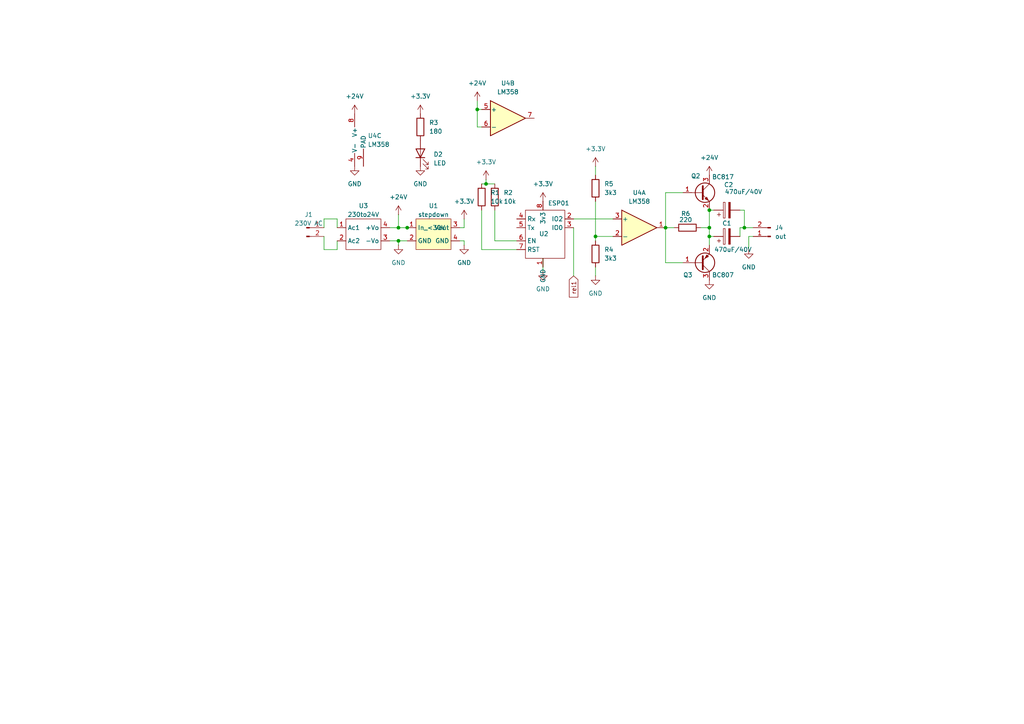
<source format=kicad_sch>
(kicad_sch (version 20250114) (generator "eeschema") (generator_version "9.0")
  (paper "A4")
  (lib_symbols
    (symbol "Amplifier_Operational:LM358_DFN" (pin_names (offset 0.127))
      (property "Reference" "U" (at 0 5.08 0))
      (property "Value" "LM358_DFN" (at 0 -5.08 0))
      (symbol "LM358_DFN_1_1"
        (polyline (pts (xy -5.08 5.08) (xy 5.08 0) (xy -5.08 -5.08) (xy -5.08 5.08)) (stroke (width 0.254)) (fill (type background)))
        (pin input line (at -7.62 2.54 0) (length 2.54) (name "+") (number "3"))
        (pin input line (at -7.62 -2.54 0) (length 2.54) (name "-") (number "2"))
        (pin output line (at 7.62 0 180) (length 2.54) (name "~") (number "1"))
      )
      (symbol "LM358_DFN_2_1"
        (polyline (pts (xy -5.08 5.08) (xy 5.08 0) (xy -5.08 -5.08) (xy -5.08 5.08)) (stroke (width 0.254)) (fill (type background)))
        (pin input line (at -7.62 2.54 0) (length 2.54) (name "+") (number "5"))
        (pin input line (at -7.62 -2.54 0) (length 2.54) (name "-") (number "6"))
        (pin output line (at 7.62 0 180) (length 2.54) (name "~") (number "7"))
      )
      (symbol "LM358_DFN_3_1"
        (pin power_in line (at -2.54 7.62 270) (length 3.81) (name "V+") (number "8"))
        (pin power_in line (at -2.54 -7.62 90) (length 3.81) (name "V-") (number "4"))
        (pin power_in line (at 0 -7.62 90) (length 5.08) (name "PAD") (number "9"))
      )
    )
    (symbol "Connector:Conn_01x02_Pin" (pin_names (offset 1.016) (hide yes))
      (property "Reference" "J" (at 0 2.54 0))
      (property "Value" "Conn_01x02_Pin" (at 0 -5.08 0))
      (symbol "Conn_01x02_Pin_1_1"
        (rectangle (start 0.8636 0.127) (end 0 -0.127) (stroke (width 0.1524)) (fill (type outline)))
        (rectangle (start 0.8636 -2.413) (end 0 -2.667) (stroke (width 0.1524)) (fill (type outline)))
        (polyline (pts (xy 1.27 0) (xy 0.8636 0)) (stroke (width 0.1524)))
        (polyline (pts (xy 1.27 -2.54) (xy 0.8636 -2.54)) (stroke (width 0.1524)))
        (pin passive line (at 5.08 0 180) (length 3.81) (name "Pin_1") (number "1"))
        (pin passive line (at 5.08 -2.54 180) (length 3.81) (name "Pin_2") (number "2"))
      )
    )
    (symbol "Device:C_Polarized" (pin_numbers (hide yes)) (pin_names (offset 0.254))
      (property "Reference" "C" (at 0.635 2.54 0))
      (property "Value" "C_Polarized" (at 0.635 -2.54 0))
      (symbol "C_Polarized_0_1"
        (rectangle (start -2.286 0.508) (end 2.286 1.016))
        (polyline (pts (xy -1.778 2.286) (xy -0.762 2.286)))
        (polyline (pts (xy -1.27 2.794) (xy -1.27 1.778)))
        (rectangle (start 2.286 -0.508) (end -2.286 -1.016) (fill (type outline)))
      )
      (symbol "C_Polarized_1_1"
        (pin passive line (at 0 3.81 270) (length 2.794) (name "~") (number "1"))
        (pin passive line (at 0 -3.81 90) (length 2.794) (name "~") (number "2"))
      )
    )
    (symbol "Device:LED" (pin_numbers (hide yes)) (pin_names (offset 1.016) (hide yes))
      (property "Reference" "D" (at 0 2.54 0))
      (property "Value" "LED" (at 0 -2.54 0))
      (symbol "LED_0_1"
        (polyline (pts (xy -3.048 -0.762) (xy -4.572 -2.286) (xy -3.81 -2.286) (xy -4.572 -2.286) (xy -4.572 -1.524)))
        (polyline (pts (xy -1.778 -0.762) (xy -3.302 -2.286) (xy -2.54 -2.286) (xy -3.302 -2.286) (xy -3.302 -1.524)))
        (polyline (pts (xy -1.27 0) (xy 1.27 0)))
        (polyline (pts (xy -1.27 -1.27) (xy -1.27 1.27)) (stroke (width 0.254)))
        (polyline (pts (xy 1.27 -1.27) (xy 1.27 1.27) (xy -1.27 0) (xy 1.27 -1.27)) (stroke (width 0.254)))
      )
      (symbol "LED_1_1"
        (pin passive line (at -3.81 0 0) (length 2.54) (name "K") (number "1"))
        (pin passive line (at 3.81 0 180) (length 2.54) (name "A") (number "2"))
      )
    )
    (symbol "Device:R" (pin_numbers (hide yes)) (pin_names (offset 0))
      (property "Reference" "R" (at 2.032 0 90))
      (property "Value" "R" (at 0 0 90))
      (symbol "R_0_1"
        (rectangle (start -1.016 -2.54) (end 1.016 2.54) (stroke (width 0.254)))
      )
      (symbol "R_1_1"
        (pin passive line (at 0 3.81 270) (length 1.27) (name "~") (number "1"))
        (pin passive line (at 0 -3.81 90) (length 1.27) (name "~") (number "2"))
      )
    )
    (symbol "Own_Library:ESP01"
      (property "Reference" "U" (at 2.032 -0.254 0))
      (symbol "ESP01_0_1"
        (rectangle (start -5.08 -1.27) (end 6.35 -15.24))
      )
      (symbol "ESP01_1_1"
        (pin input line (at -7.62 -3.81 0) (length 2.54) (name "Rx") (number "4"))
        (pin output line (at -7.62 -6.35 0) (length 2.54) (name "Tx") (number "5"))
        (pin output line (at -7.62 -10.16 0) (length 2.54) (name "EN") (number "6"))
        (pin output line (at -7.62 -12.7 0) (length 2.54) (name "RST") (number "7"))
        (pin output line (at 0 1.27 270) (length 2.54) (name "3v3") (number "8"))
        (pin power_in line (at 0 -15.24 270) (length 2.54) (name "GND") (number "1"))
        (pin bidirectional line (at 8.89 -3.81 180) (length 2.54) (name "IO2") (number "2"))
        (pin bidirectional line (at 8.89 -6.35 180) (length 2.54) (name "IO0") (number "3"))
      )
    )
    (symbol "Own_Library:Mini-Stepdown"
      (property "Reference" "U" (at 0 0 0))
      (symbol "Mini-Stepdown_1_1"
        (rectangle (start -5.08 3.81) (end 5.08 -5.08) (fill (type background)))
        (pin power_in line (at -7.62 1.27 0) (length 2.54) (name "In_<30V") (number "1"))
        (pin power_in line (at -7.62 -2.54 0) (length 2.54) (name "GND") (number "2"))
        (pin power_out line (at 7.62 1.27 180) (length 2.54) (name "Vout") (number "3"))
        (pin power_out line (at 7.62 -2.54 180) (length 2.54) (name "GND") (number "4"))
      )
    )
    (symbol "Own_Library:Mini_AC-DC_230_to_24V_Module_Supply_1"
      (property "Reference" "U" (at 0 0 0))
      (symbol "Mini_AC-DC_230_to_24V_Module_Supply_1_0_1"
        (rectangle (start -5.08 3.81) (end 5.08 -5.08))
      )
      (symbol "Mini_AC-DC_230_to_24V_Module_Supply_1_1_1"
        (pin power_in line (at -7.62 1.27 0) (length 2.54) (name "Ac1") (number "1"))
        (pin power_in line (at -7.62 -2.54 0) (length 2.54) (name "Ac2") (number "2"))
        (pin power_out line (at 7.62 1.27 180) (length 2.54) (name "+Vo") (number "4"))
        (pin power_out line (at 7.62 -2.54 180) (length 2.54) (name "-Vo") (number "3"))
      )
    )
    (symbol "Transistor_BJT:BC807" (pin_names (offset 0) (hide yes))
      (property "Reference" "Q" (at 5.08 1.905 0))
      (property "Value" "BC807" (at 5.08 0 0))
      (symbol "BC807_0_1"
        (polyline (pts (xy -2.54 0) (xy 0.635 0)))
        (polyline (pts (xy 0.635 1.905) (xy 0.635 -1.905)) (stroke (width 0.508)))
        (polyline (pts (xy 0.635 0.635) (xy 2.54 2.54)))
        (polyline (pts (xy 0.635 -0.635) (xy 2.54 -2.54)))
        (circle (center 1.27 0) (radius 2.8194) (stroke (width 0.254)))
        (polyline (pts (xy 2.286 -1.778) (xy 1.778 -2.286) (xy 1.27 -1.27) (xy 2.286 -1.778)) (fill (type outline)))
      )
      (symbol "BC807_1_1"
        (pin input line (at -5.08 0 0) (length 2.54) (name "B") (number "1"))
        (pin passive line (at 2.54 5.08 270) (length 2.54) (name "C") (number "3"))
        (pin passive line (at 2.54 -5.08 90) (length 2.54) (name "E") (number "2"))
      )
    )
    (symbol "Transistor_BJT:BC817" (pin_names (offset 0) (hide yes))
      (property "Reference" "Q" (at 5.08 1.905 0))
      (property "Value" "BC817" (at 5.08 0 0))
      (symbol "BC817_0_1"
        (polyline (pts (xy -2.54 0) (xy 0.635 0)))
        (polyline (pts (xy 0.635 1.905) (xy 0.635 -1.905)) (stroke (width 0.508)))
        (circle (center 1.27 0) (radius 2.8194) (stroke (width 0.254)))
      )
      (symbol "BC817_1_1"
        (polyline (pts (xy 0.635 0.635) (xy 2.54 2.54)))
        (polyline (pts (xy 0.635 -0.635) (xy 2.54 -2.54)))
        (polyline (pts (xy 1.27 -1.778) (xy 1.778 -1.27) (xy 2.286 -2.286) (xy 1.27 -1.778)) (fill (type outline)))
        (pin input line (at -5.08 0 0) (length 2.54) (name "B") (number "1"))
        (pin passive line (at 2.54 5.08 270) (length 2.54) (name "C") (number "3"))
        (pin passive line (at 2.54 -5.08 90) (length 2.54) (name "E") (number "2"))
      )
    )
    (symbol "power:+24V" (power) (pin_numbers (hide yes)) (pin_names (offset 0) (hide yes))
      (property "Value" "+24V" (at 0 3.556 0))
      (symbol "+24V_0_1"
        (polyline (pts (xy -0.762 1.27) (xy 0 2.54)))
        (polyline (pts (xy 0 2.54) (xy 0.762 1.27)))
        (polyline (pts (xy 0 0) (xy 0 2.54)))
      )
      (symbol "+24V_1_1"
        (pin power_in line (at 0 0 90) (length 0) (name "~") (number "1"))
      )
    )
    (symbol "power:+3.3V" (power) (pin_numbers (hide yes)) (pin_names (offset 0) (hide yes))
      (property "Value" "+3.3V" (at 0 3.556 0))
      (symbol "+3.3V_0_1"
        (polyline (pts (xy -0.762 1.27) (xy 0 2.54)))
        (polyline (pts (xy 0 2.54) (xy 0.762 1.27)))
        (polyline (pts (xy 0 0) (xy 0 2.54)))
      )
      (symbol "+3.3V_1_1"
        (pin power_in line (at 0 0 90) (length 0) (name "~") (number "1"))
      )
    )
    (symbol "power:GND" (power) (pin_numbers (hide yes)) (pin_names (offset 0) (hide yes))
      (property "Value" "GND" (at 0 -3.81 0))
      (symbol "GND_0_1"
        (polyline (pts (xy 0 0) (xy 0 -1.27) (xy 1.27 -1.27) (xy 0 -2.54) (xy -1.27 -1.27) (xy 0 -1.27)))
      )
      (symbol "GND_1_1"
        (pin power_in line (at 0 0 270) (length 0) (name "~") (number "1"))
      )
    )
  )
  (junction (at 205.74 60.96))
  (junction (at 118.11 66.04))
  (junction (at 140.97 53.34))
  (junction (at 172.72 68.58))
  (junction (at 193.04 66.04))
  (junction (at 115.57 69.85))
  (junction (at 205.74 68.58))
  (junction (at 215.9 66.04))
  (junction (at 138.43 31.75))
  (junction (at 115.57 66.04))
  (junction (at 205.74 66.04))
  (wire (pts (xy 172.72 48.26) (xy 172.72 50.8)))
  (wire (pts (xy 133.35 69.85) (xy 134.62 69.85)))
  (wire (pts (xy 140.97 52.07) (xy 140.97 53.34)))
  (wire (pts (xy 166.37 63.5) (xy 177.8 63.5)))
  (wire (pts (xy 214.63 68.58) (xy 214.63 66.04)))
  (wire (pts (xy 166.37 66.04) (xy 166.37 80.01)))
  (wire (pts (xy 193.04 76.2) (xy 198.12 76.2)))
  (wire (pts (xy 198.12 55.88) (xy 193.04 55.88)))
  (wire (pts (xy 115.57 69.85) (xy 118.11 69.85)))
  (wire (pts (xy 217.17 72.39) (xy 217.17 68.58)))
  (wire (pts (xy 193.04 55.88) (xy 193.04 66.04)))
  (wire (pts (xy 115.57 66.04) (xy 118.11 66.04)))
  (wire (pts (xy 118.11 66.04) (xy 119.38 66.04)))
  (wire (pts (xy 113.03 69.85) (xy 115.57 69.85)))
  (wire (pts (xy 138.43 29.21) (xy 138.43 31.75)))
  (wire (pts (xy 140.97 53.34) (xy 143.51 53.34)))
  (wire (pts (xy 113.03 66.04) (xy 115.57 66.04)))
  (wire (pts (xy 115.57 62.23) (xy 115.57 66.04)))
  (wire (pts (xy 93.98 63.5) (xy 97.79 63.5)))
  (wire (pts (xy 205.74 66.04) (xy 205.74 68.58)))
  (wire (pts (xy 139.7 72.39) (xy 139.7 60.96)))
  (wire (pts (xy 203.2 66.04) (xy 205.74 66.04)))
  (wire (pts (xy 139.7 53.34) (xy 140.97 53.34)))
  (wire (pts (xy 205.74 60.96) (xy 205.74 66.04)))
  (wire (pts (xy 172.72 58.42) (xy 172.72 68.58)))
  (wire (pts (xy 93.98 66.04) (xy 93.98 63.5)))
  (wire (pts (xy 115.57 69.85) (xy 115.57 71.12)))
  (wire (pts (xy 93.98 72.39) (xy 97.79 72.39)))
  (wire (pts (xy 193.04 66.04) (xy 193.04 76.2)))
  (wire (pts (xy 157.48 74.93) (xy 157.48 78.74)))
  (wire (pts (xy 215.9 66.04) (xy 218.44 66.04)))
  (wire (pts (xy 134.62 66.04) (xy 134.62 63.5)))
  (wire (pts (xy 172.72 77.47) (xy 172.72 80.01)))
  (wire (pts (xy 93.98 68.58) (xy 93.98 72.39)))
  (wire (pts (xy 217.17 68.58) (xy 218.44 68.58)))
  (wire (pts (xy 215.9 60.96) (xy 215.9 66.04)))
  (wire (pts (xy 134.62 69.85) (xy 134.62 71.12)))
  (wire (pts (xy 138.43 31.75) (xy 139.7 31.75)))
  (wire (pts (xy 205.74 68.58) (xy 207.01 68.58)))
  (wire (pts (xy 172.72 68.58) (xy 177.8 68.58)))
  (wire (pts (xy 172.72 68.58) (xy 172.72 69.85)))
  (wire (pts (xy 97.79 63.5) (xy 97.79 66.04)))
  (wire (pts (xy 205.74 60.96) (xy 207.01 60.96)))
  (wire (pts (xy 143.51 60.96) (xy 143.51 69.85)))
  (wire (pts (xy 138.43 36.83) (xy 139.7 36.83)))
  (wire (pts (xy 214.63 60.96) (xy 215.9 60.96)))
  (wire (pts (xy 97.79 69.85) (xy 97.79 72.39)))
  (wire (pts (xy 138.43 36.83) (xy 138.43 31.75)))
  (wire (pts (xy 149.86 72.39) (xy 139.7 72.39)))
  (wire (pts (xy 195.58 66.04) (xy 193.04 66.04)))
  (wire (pts (xy 133.35 66.04) (xy 134.62 66.04)))
  (wire (pts (xy 205.74 68.58) (xy 205.74 71.12)))
  (wire (pts (xy 214.63 66.04) (xy 215.9 66.04)))
  (wire (pts (xy 143.51 69.85) (xy 149.86 69.85)))
  (global_label "rel1" (shape input) (at 166.37 80.01 270) (property "Intersheetrefs" "${INTERSHEET_REFS}" (effects (hide yes))))
  (symbol (lib_id "Device:C_Polarized") (at 210.82 60.96 90) (unit 1)
    (property "Reference" "C2" (at 211.328 53.594 90))
    (property "Value" "470uF/40V" (at 215.646 55.626 90))
    (property "Footprint" "Capacitor_THT:CP_Radial_D8.0mm_P3.80mm" (effects (hide yes)))
    (property "Description" "Polarized capacitor" (effects (hide yes)))
  )
  (symbol (lib_id "power:+3.3V") (at 134.62 63.5 0) (unit 1)
    (property "Reference" "#PWR01" (effects (hide yes)))
    (property "Value" "+3.3V" (at 134.62 58.42 0))
    (property "Description" "Power symbol creates a global label with name \"+3.3V\"" (effects (hide yes)))
  )
  (symbol (lib_id "Device:R") (at 121.92 36.83 180) (unit 1)
    (property "Reference" "R3" (at 124.46 35.5599 0) (effects (justify right)))
    (property "Value" "180" (at 124.46 38.0999 0) (effects (justify right)))
    (property "Footprint" "Resistor_SMD:R_0805_2012Metric_Pad1.20x1.40mm_HandSolder" (effects (hide yes)))
    (property "Description" "Resistor" (effects (hide yes)))
  )
  (symbol (lib_id "power:GND") (at 115.57 71.12 0) (unit 1)
    (property "Reference" "#PWR03" (effects (hide yes)))
    (property "Value" "GND" (at 115.57 76.2 0))
    (property "Description" "Power symbol creates a global label with name \"GND\" , ground" (effects (hide yes)))
  )
  (symbol (lib_id "Own_Library:Mini-Stepdown") (at 125.73 67.31 0) (unit 1)
    (property "Reference" "U1" (at 125.73 59.69 0))
    (property "Value" "stepdown" (at 125.73 62.23 0))
    (property "Footprint" "ownFootprints:Mini-Stepdown" (effects (hide yes)))
  )
  (symbol (lib_id "Connector:Conn_01x02_Pin") (at 88.9 66.04 0) (unit 1)
    (property "Reference" "J1" (at 89.535 62.23 0))
    (property "Value" "230V AC" (at 89.535 64.77 0))
    (property "Footprint" "TerminalBlock:TerminalBlock_MaiXu_MX126-5.0-02P_1x02_P5.00mm" (effects (hide yes)))
    (property "Description" "Generic connector, single row, 01x02, script generated" (effects (hide yes)))
  )
  (symbol (lib_id "power:GND") (at 157.48 78.74 0) (unit 1)
    (property "Reference" "#PWR05" (effects (hide yes)))
    (property "Value" "GND" (at 157.48 83.82 0))
    (property "Description" "Power symbol creates a global label with name \"GND\" , ground" (effects (hide yes)))
  )
  (symbol (lib_id "Transistor_BJT:BC817") (at 203.2 55.88 0) (unit 1)
    (property "Reference" "Q2" (at 200.406 51.054 0) (effects (justify left)))
    (property "Value" "BC817" (at 206.502 51.308 0) (effects (justify left)))
    (property "Footprint" "Package_TO_SOT_SMD:SOT-23" (effects (hide yes)))
    (property "Datasheet" "https://www.onsemi.com/pub/Collateral/BC818-D.pdf" (effects (hide yes)))
    (property "Description" "0.8A Ic, 45V Vce, NPN Transistor, SOT-23" (effects (hide yes)))
  )
  (symbol (lib_id "power:+24V") (at 138.43 29.21 0) (unit 1)
    (property "Reference" "#PWR018" (effects (hide yes)))
    (property "Value" "+24V" (at 138.43 24.13 0))
    (property "Description" "Power symbol creates a global label with name \"+24V\"" (effects (hide yes)))
  )
  (symbol (lib_id "Own_Library:Mini_AC-DC_230_to_24V_Module_Supply_1") (at 105.41 67.31 0) (unit 1)
    (property "Reference" "U3" (at 105.41 59.69 0))
    (property "Value" "230to24V" (at 105.41 62.23 0))
    (property "Footprint" "ownFootprints:Mini Ac-DC 230 to 24V module EBAY" (effects (hide yes)))
  )
  (symbol (lib_id "power:GND") (at 172.72 80.01 0) (unit 1)
    (property "Reference" "#PWR08" (effects (hide yes)))
    (property "Value" "GND" (at 172.72 85.09 0))
    (property "Description" "Power symbol creates a global label with name \"GND\" , ground" (effects (hide yes)))
  )
  (symbol (lib_id "Amplifier_Operational:LM358_DFN") (at 105.41 40.64 0) (unit 3)
    (property "Reference" "U4" (at 106.68 39.3699 0) (effects (justify left)))
    (property "Value" "LM358" (at 106.68 41.9099 0) (effects (justify left)))
    (property "Footprint" "Package_SO:SOIC-8_3.9x4.9mm_P1.27mm" (effects (hide yes)))
    (property "Datasheet" "www.st.com/resource/en/datasheet/lm358.pdf" (effects (hide yes)))
    (property "Description" "Low-Power, Dual Operational Amplifiers, DFN-8" (effects (hide yes)))
  )
  (symbol (lib_id "power:GND") (at 134.62 71.12 0) (unit 1)
    (property "Reference" "#PWR02" (effects (hide yes)))
    (property "Value" "GND" (at 134.62 76.2 0))
    (property "Description" "Power symbol creates a global label with name \"GND\" , ground" (effects (hide yes)))
  )
  (symbol (lib_id "power:+3.3V") (at 172.72 48.26 0) (unit 1)
    (property "Reference" "#PWR07" (effects (hide yes)))
    (property "Value" "+3.3V" (at 172.72 43.18 0))
    (property "Description" "Power symbol creates a global label with name \"+3.3V\"" (effects (hide yes)))
  )
  (symbol (lib_id "Device:LED") (at 121.92 44.45 90) (unit 1)
    (property "Reference" "D2" (at 125.73 44.7674 90) (effects (justify right)))
    (property "Value" "LED" (at 125.73 47.3074 90) (effects (justify right)))
    (property "Footprint" "LED_THT:LED_D5.0mm" (effects (hide yes)))
    (property "Description" "Light emitting diode" (effects (hide yes)))
    (property "Sim.Pins" "1=K 2=A" (effects (hide yes)))
  )
  (symbol (lib_id "power:+3.3V") (at 140.97 52.07 0) (unit 1)
    (property "Reference" "#PWR06" (effects (hide yes)))
    (property "Value" "+3.3V" (at 140.97 46.99 0))
    (property "Description" "Power symbol creates a global label with name \"+3.3V\"" (effects (hide yes)))
  )
  (symbol (lib_id "Device:R") (at 139.7 57.15 0) (unit 1)
    (property "Reference" "R1" (at 142.24 55.8799 0) (effects (justify left)))
    (property "Value" "10k" (at 142.24 58.4199 0) (effects (justify left)))
    (property "Footprint" "Resistor_SMD:R_0805_2012Metric_Pad1.20x1.40mm_HandSolder" (effects (hide yes)))
    (property "Description" "Resistor" (effects (hide yes)))
  )
  (symbol (lib_id "Amplifier_Operational:LM358_DFN") (at 147.32 34.29 0) (unit 2)
    (property "Reference" "U4" (at 147.32 24.13 0))
    (property "Value" "LM358" (at 147.32 26.67 0))
    (property "Footprint" "Package_SO:SOIC-8_3.9x4.9mm_P1.27mm" (effects (hide yes)))
    (property "Datasheet" "www.st.com/resource/en/datasheet/lm358.pdf" (effects (hide yes)))
    (property "Description" "Low-Power, Dual Operational Amplifiers, DFN-8" (effects (hide yes)))
  )
  (symbol (lib_id "Device:C_Polarized") (at 210.82 68.58 90) (unit 1)
    (property "Reference" "C1" (at 210.82 64.77 90))
    (property "Value" "470uF/40V" (at 212.598 72.39 90))
    (property "Footprint" "Capacitor_THT:CP_Radial_D8.0mm_P3.80mm" (effects (hide yes)))
    (property "Description" "Polarized capacitor" (effects (hide yes)))
  )
  (symbol (lib_id "Own_Library:ESP01") (at 157.48 59.69 0) (unit 1)
    (property "Reference" "U2" (at 157.734 67.818 0))
    (property "Value" "ESP01" (at 162.052 58.928 0))
    (property "Footprint" "ownFootprints:ESP01_conn+outline" (effects (hide yes)))
  )
  (symbol (lib_id "Device:R") (at 143.51 57.15 0) (unit 1)
    (property "Reference" "R2" (at 146.05 55.8799 0) (effects (justify left)))
    (property "Value" "10k" (at 146.05 58.4199 0) (effects (justify left)))
    (property "Footprint" "Resistor_SMD:R_0805_2012Metric_Pad1.20x1.40mm_HandSolder" (effects (hide yes)))
    (property "Description" "Resistor" (effects (hide yes)))
  )
  (symbol (lib_id "Device:R") (at 172.72 54.61 180) (unit 1)
    (property "Reference" "R5" (at 175.26 53.3399 0) (effects (justify right)))
    (property "Value" "3k3" (at 175.26 55.8799 0) (effects (justify right)))
    (property "Footprint" "Resistor_SMD:R_0805_2012Metric_Pad1.20x1.40mm_HandSolder" (effects (hide yes)))
    (property "Description" "Resistor" (effects (hide yes)))
  )
  (symbol (lib_id "power:+24V") (at 102.87 33.02 0) (unit 1)
    (property "Reference" "#PWR011" (effects (hide yes)))
    (property "Value" "+24V" (at 102.87 27.94 0))
    (property "Description" "Power symbol creates a global label with name \"+24V\"" (effects (hide yes)))
  )
  (symbol (lib_id "power:+24V") (at 115.57 62.23 0) (unit 1)
    (property "Reference" "#PWR010" (effects (hide yes)))
    (property "Value" "+24V" (at 115.57 57.15 0))
    (property "Description" "Power symbol creates a global label with name \"+24V\"" (effects (hide yes)))
  )
  (symbol (lib_id "power:GND") (at 205.74 81.28 0) (unit 1)
    (property "Reference" "#PWR09" (effects (hide yes)))
    (property "Value" "GND" (at 205.74 86.36 0))
    (property "Description" "Power symbol creates a global label with name \"GND\" , ground" (effects (hide yes)))
  )
  (symbol (lib_id "power:+24V") (at 205.74 50.8 0) (unit 1)
    (property "Reference" "#PWR012" (effects (hide yes)))
    (property "Value" "+24V" (at 205.74 45.72 0))
    (property "Description" "Power symbol creates a global label with name \"+24V\"" (effects (hide yes)))
  )
  (symbol (lib_id "Transistor_BJT:BC807") (at 203.2 76.2 0) (mirror x) (unit 1)
    (property "Reference" "Q3" (at 198.12 79.756 0) (effects (justify left)))
    (property "Value" "BC807" (at 206.502 79.756 0) (effects (justify left)))
    (property "Footprint" "Package_TO_SOT_SMD:SOT-23" (effects (hide yes)))
    (property "Datasheet" "https://www.onsemi.com/pub/Collateral/BC808-D.pdf" (effects (hide yes)))
    (property "Description" "0.8A Ic, 45V Vce, PNP Transistor, SOT-23" (effects (hide yes)))
  )
  (symbol (lib_id "power:+3.3V") (at 157.48 58.42 0) (unit 1)
    (property "Reference" "#PWR04" (effects (hide yes)))
    (property "Value" "+3.3V" (at 157.48 53.34 0))
    (property "Description" "Power symbol creates a global label with name \"+3.3V\"" (effects (hide yes)))
  )
  (symbol (lib_id "Device:R") (at 199.39 66.04 90) (unit 1)
    (property "Reference" "R6" (at 198.882 61.976 90))
    (property "Value" "220" (at 198.882 63.754 90))
    (property "Footprint" "Resistor_SMD:R_0805_2012Metric_Pad1.20x1.40mm_HandSolder" (effects (hide yes)))
    (property "Description" "Resistor" (effects (hide yes)))
  )
  (symbol (lib_id "Device:R") (at 172.72 73.66 180) (unit 1)
    (property "Reference" "R4" (at 175.26 72.3899 0) (effects (justify right)))
    (property "Value" "3k3" (at 175.26 74.9299 0) (effects (justify right)))
    (property "Footprint" "Resistor_SMD:R_0805_2012Metric_Pad1.20x1.40mm_HandSolder" (effects (hide yes)))
    (property "Description" "Resistor" (effects (hide yes)))
  )
  (symbol (lib_id "Amplifier_Operational:LM358_DFN") (at 185.42 66.04 0) (unit 1)
    (property "Reference" "U4" (at 185.42 55.88 0))
    (property "Value" "LM358" (at 185.42 58.42 0))
    (property "Footprint" "Package_SO:SOIC-8_3.9x4.9mm_P1.27mm" (effects (hide yes)))
    (property "Datasheet" "www.st.com/resource/en/datasheet/lm358.pdf" (effects (hide yes)))
    (property "Description" "Low-Power, Dual Operational Amplifiers, DFN-8" (effects (hide yes)))
  )
  (symbol (lib_id "power:+3.3V") (at 121.92 33.02 0) (unit 1)
    (property "Reference" "#PWR015" (effects (hide yes)))
    (property "Value" "+3.3V" (at 121.92 27.94 0))
    (property "Description" "Power symbol creates a global label with name \"+3.3V\"" (effects (hide yes)))
  )
  (symbol (lib_id "power:GND") (at 121.92 48.26 0) (unit 1)
    (property "Reference" "#PWR014" (effects (hide yes)))
    (property "Value" "GND" (at 121.92 53.34 0))
    (property "Description" "Power symbol creates a global label with name \"GND\" , ground" (effects (hide yes)))
  )
  (symbol (lib_id "power:GND") (at 102.87 48.26 0) (unit 1)
    (property "Reference" "#PWR016" (effects (hide yes)))
    (property "Value" "GND" (at 102.87 53.34 0))
    (property "Description" "Power symbol creates a global label with name \"GND\" , ground" (effects (hide yes)))
  )
  (symbol (lib_id "power:GND") (at 217.17 72.39 0) (unit 1)
    (property "Reference" "#PWR013" (effects (hide yes)))
    (property "Value" "GND" (at 217.17 77.47 0))
    (property "Description" "Power symbol creates a global label with name \"GND\" , ground" (effects (hide yes)))
  )
  (symbol (lib_id "Connector:Conn_01x02_Pin") (at 223.52 68.58 180) (unit 1)
    (property "Reference" "J4" (at 224.79 66.0399 0) (effects (justify right)))
    (property "Value" "out" (at 224.79 68.5799 0) (effects (justify right)))
    (property "Footprint" "TerminalBlock_4Ucon:TerminalBlock_4Ucon_1x02_P3.50mm_Horizontal" (effects (hide yes)))
    (property "Description" "Generic connector, single row, 01x02, script generated" (effects (hide yes)))
  )
)
</source>
